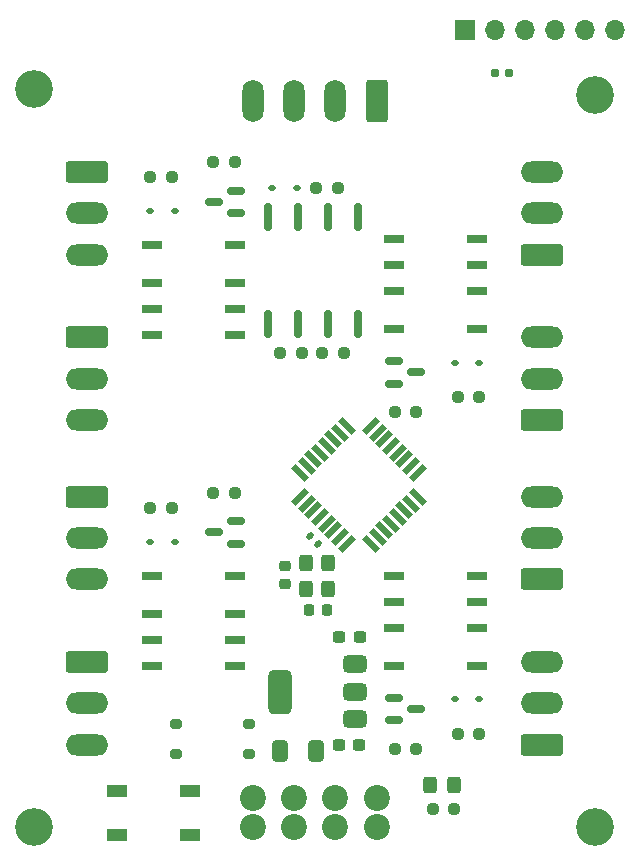
<source format=gbr>
%TF.GenerationSoftware,KiCad,Pcbnew,8.0.2*%
%TF.CreationDate,2024-10-12T15:49:16+02:00*%
%TF.ProjectId,OS-RelayDecoder-4,4f532d52-656c-4617-9944-65636f646572,rev?*%
%TF.SameCoordinates,Original*%
%TF.FileFunction,Soldermask,Top*%
%TF.FilePolarity,Negative*%
%FSLAX46Y46*%
G04 Gerber Fmt 4.6, Leading zero omitted, Abs format (unit mm)*
G04 Created by KiCad (PCBNEW 8.0.2) date 2024-10-12 15:49:16*
%MOMM*%
%LPD*%
G01*
G04 APERTURE LIST*
G04 Aperture macros list*
%AMRoundRect*
0 Rectangle with rounded corners*
0 $1 Rounding radius*
0 $2 $3 $4 $5 $6 $7 $8 $9 X,Y pos of 4 corners*
0 Add a 4 corners polygon primitive as box body*
4,1,4,$2,$3,$4,$5,$6,$7,$8,$9,$2,$3,0*
0 Add four circle primitives for the rounded corners*
1,1,$1+$1,$2,$3*
1,1,$1+$1,$4,$5*
1,1,$1+$1,$6,$7*
1,1,$1+$1,$8,$9*
0 Add four rect primitives between the rounded corners*
20,1,$1+$1,$2,$3,$4,$5,0*
20,1,$1+$1,$4,$5,$6,$7,0*
20,1,$1+$1,$6,$7,$8,$9,0*
20,1,$1+$1,$8,$9,$2,$3,0*%
%AMRotRect*
0 Rectangle, with rotation*
0 The origin of the aperture is its center*
0 $1 length*
0 $2 width*
0 $3 Rotation angle, in degrees counterclockwise*
0 Add horizontal line*
21,1,$1,$2,0,0,$3*%
G04 Aperture macros list end*
%ADD10RoundRect,0.237500X0.250000X0.237500X-0.250000X0.237500X-0.250000X-0.237500X0.250000X-0.237500X0*%
%ADD11RoundRect,0.150000X0.587500X0.150000X-0.587500X0.150000X-0.587500X-0.150000X0.587500X-0.150000X0*%
%ADD12RoundRect,0.250000X1.550000X-0.650000X1.550000X0.650000X-1.550000X0.650000X-1.550000X-0.650000X0*%
%ADD13O,3.600000X1.800000*%
%ADD14RoundRect,0.300000X-0.300000X0.400000X-0.300000X-0.400000X0.300000X-0.400000X0.300000X0.400000X0*%
%ADD15RoundRect,0.150000X-0.587500X-0.150000X0.587500X-0.150000X0.587500X0.150000X-0.587500X0.150000X0*%
%ADD16C,3.200000*%
%ADD17RoundRect,0.160000X-0.197500X-0.160000X0.197500X-0.160000X0.197500X0.160000X-0.197500X0.160000X0*%
%ADD18RoundRect,0.250000X-0.412500X-0.650000X0.412500X-0.650000X0.412500X0.650000X-0.412500X0.650000X0*%
%ADD19R,1.800000X1.100000*%
%ADD20RoundRect,0.237500X-0.250000X-0.237500X0.250000X-0.237500X0.250000X0.237500X-0.250000X0.237500X0*%
%ADD21RoundRect,0.112500X-0.187500X-0.112500X0.187500X-0.112500X0.187500X0.112500X-0.187500X0.112500X0*%
%ADD22RoundRect,0.200000X0.300000X0.200000X-0.300000X0.200000X-0.300000X-0.200000X0.300000X-0.200000X0*%
%ADD23R,1.800000X0.800000*%
%ADD24RoundRect,0.250000X-1.550000X0.650000X-1.550000X-0.650000X1.550000X-0.650000X1.550000X0.650000X0*%
%ADD25RoundRect,0.112500X0.187500X0.112500X-0.187500X0.112500X-0.187500X-0.112500X0.187500X-0.112500X0*%
%ADD26RoundRect,0.225000X0.250000X-0.225000X0.250000X0.225000X-0.250000X0.225000X-0.250000X-0.225000X0*%
%ADD27C,2.200000*%
%ADD28RotRect,1.600000X0.550000X45.000000*%
%ADD29RotRect,1.600000X0.550000X135.000000*%
%ADD30RoundRect,0.225000X-0.225000X-0.250000X0.225000X-0.250000X0.225000X0.250000X-0.225000X0.250000X0*%
%ADD31R,1.700000X1.700000*%
%ADD32O,1.700000X1.700000*%
%ADD33RoundRect,0.237500X0.300000X0.237500X-0.300000X0.237500X-0.300000X-0.237500X0.300000X-0.237500X0*%
%ADD34RoundRect,0.375000X0.625000X0.375000X-0.625000X0.375000X-0.625000X-0.375000X0.625000X-0.375000X0*%
%ADD35RoundRect,0.500000X0.500000X1.400000X-0.500000X1.400000X-0.500000X-1.400000X0.500000X-1.400000X0*%
%ADD36RoundRect,0.250000X0.650000X1.550000X-0.650000X1.550000X-0.650000X-1.550000X0.650000X-1.550000X0*%
%ADD37O,1.800000X3.600000*%
%ADD38RoundRect,0.140000X0.219203X0.021213X0.021213X0.219203X-0.219203X-0.021213X-0.021213X-0.219203X0*%
%ADD39RoundRect,0.250000X-0.325000X-0.450000X0.325000X-0.450000X0.325000X0.450000X-0.325000X0.450000X0*%
%ADD40RoundRect,0.162500X-0.162500X1.012500X-0.162500X-1.012500X0.162500X-1.012500X0.162500X1.012500X0*%
G04 APERTURE END LIST*
D10*
%TO.C,R3*%
X57216000Y-94301000D03*
X55391000Y-94301000D03*
%TD*%
D11*
%TO.C,Q201*%
X48069000Y-82477000D03*
X48069000Y-80577000D03*
X46194000Y-81527000D03*
%TD*%
D12*
%TO.C,J301*%
X74000000Y-113500000D03*
D13*
X74000000Y-110000000D03*
X74000000Y-106500000D03*
%TD*%
D10*
%TO.C,R301*%
X68693500Y-126571000D03*
X66868500Y-126571000D03*
%TD*%
D14*
%TO.C,Y201*%
X54019000Y-112073000D03*
X54019000Y-114273000D03*
X55919000Y-114273000D03*
X55919000Y-112073000D03*
%TD*%
D15*
%TO.C,Q301*%
X61431000Y-123523000D03*
X61431000Y-125423000D03*
X63306000Y-124473000D03*
%TD*%
D16*
%TO.C,H103*%
X78500000Y-134500000D03*
%TD*%
D17*
%TO.C,R202*%
X70014500Y-70612000D03*
X71209500Y-70612000D03*
%TD*%
D10*
%TO.C,R302*%
X63359500Y-127841000D03*
X61534500Y-127841000D03*
%TD*%
%TO.C,R5*%
X56684500Y-80331000D03*
X54859500Y-80331000D03*
%TD*%
%TO.C,R401*%
X68693500Y-98071000D03*
X66868500Y-98071000D03*
%TD*%
D18*
%TO.C,C303*%
X51777500Y-128016000D03*
X54902500Y-128016000D03*
%TD*%
D19*
%TO.C,SW601*%
X44173000Y-135128000D03*
X37973000Y-135128000D03*
X44173000Y-131428000D03*
X37973000Y-131428000D03*
%TD*%
D12*
%TO.C,J302*%
X74000000Y-127500000D03*
D13*
X74000000Y-124000000D03*
X74000000Y-120500000D03*
%TD*%
D20*
%TO.C,R203*%
X40806500Y-79429000D03*
X42631500Y-79429000D03*
%TD*%
%TO.C,R501*%
X40806500Y-107429000D03*
X42631500Y-107429000D03*
%TD*%
D21*
%TO.C,D202*%
X40796000Y-82350000D03*
X42896000Y-82350000D03*
%TD*%
D15*
%TO.C,Q401*%
X61431000Y-95023000D03*
X61431000Y-96923000D03*
X63306000Y-95973000D03*
%TD*%
D22*
%TO.C,D301*%
X49150000Y-128270000D03*
X49150000Y-125730000D03*
X43000000Y-125730000D03*
X43000000Y-128270000D03*
%TD*%
D23*
%TO.C,K201*%
X41000000Y-85200000D03*
X41000000Y-88400000D03*
X41000000Y-90600000D03*
X41000000Y-92800000D03*
X48000000Y-92800000D03*
X48000000Y-90600000D03*
X48000000Y-88400000D03*
X48000000Y-85200000D03*
%TD*%
D24*
%TO.C,J501*%
X35500000Y-120500000D03*
D13*
X35500000Y-124000000D03*
X35500000Y-127500000D03*
%TD*%
D25*
%TO.C,D401*%
X68704000Y-95150000D03*
X66604000Y-95150000D03*
%TD*%
D26*
%TO.C,C201*%
X52268000Y-113905000D03*
X52268000Y-112355000D03*
%TD*%
D27*
%TO.C,J702*%
X60000000Y-132000000D03*
X60000000Y-134500000D03*
X56500000Y-132000000D03*
X56500000Y-134500000D03*
X53000000Y-132000000D03*
X53000000Y-134500000D03*
X49500000Y-132000000D03*
X49500000Y-134500000D03*
%TD*%
D28*
%TO.C,U202*%
X53514897Y-106525305D03*
X54080583Y-107090990D03*
X54646268Y-107656676D03*
X55211953Y-108222361D03*
X55777639Y-108788047D03*
X56343324Y-109353732D03*
X56909010Y-109919417D03*
X57474695Y-110485103D03*
D29*
X59525305Y-110485103D03*
X60090990Y-109919417D03*
X60656676Y-109353732D03*
X61222361Y-108788047D03*
X61788047Y-108222361D03*
X62353732Y-107656676D03*
X62919417Y-107090990D03*
X63485103Y-106525305D03*
D28*
X63485103Y-104474695D03*
X62919417Y-103909010D03*
X62353732Y-103343324D03*
X61788047Y-102777639D03*
X61222361Y-102211953D03*
X60656676Y-101646268D03*
X60090990Y-101080583D03*
X59525305Y-100514897D03*
D29*
X57474695Y-100514897D03*
X56909010Y-101080583D03*
X56343324Y-101646268D03*
X55777639Y-102211953D03*
X55211953Y-102777639D03*
X54646268Y-103343324D03*
X54080583Y-103909010D03*
X53514897Y-104474695D03*
%TD*%
D30*
%TO.C,C203*%
X54255000Y-116051000D03*
X55805000Y-116051000D03*
%TD*%
D31*
%TO.C,J202*%
X67460000Y-67000000D03*
D32*
X70000000Y-67000000D03*
X72540000Y-67000000D03*
X75080000Y-67000000D03*
X77620000Y-67000000D03*
X80160000Y-67000000D03*
%TD*%
D20*
%TO.C,R201*%
X64730000Y-132928000D03*
X66555000Y-132928000D03*
%TD*%
D23*
%TO.C,K501*%
X41000000Y-113200000D03*
X41000000Y-116400000D03*
X41000000Y-118600000D03*
X41000000Y-120800000D03*
X48000000Y-120800000D03*
X48000000Y-118600000D03*
X48000000Y-116400000D03*
X48000000Y-113200000D03*
%TD*%
D33*
%TO.C,C301*%
X58557500Y-118351000D03*
X56832500Y-118351000D03*
%TD*%
D12*
%TO.C,J401*%
X74000000Y-86000000D03*
D13*
X74000000Y-82500000D03*
X74000000Y-79000000D03*
%TD*%
D34*
%TO.C,U301*%
X58150000Y-125300000D03*
X58150000Y-123000000D03*
D35*
X51850000Y-123000000D03*
D34*
X58150000Y-120700000D03*
%TD*%
D36*
%TO.C,J701*%
X60000000Y-73036500D03*
D37*
X56500000Y-73036500D03*
X53000000Y-73036500D03*
X49500000Y-73036500D03*
%TD*%
D16*
%TO.C,H102*%
X78500000Y-72500000D03*
%TD*%
D23*
%TO.C,K401*%
X68500000Y-92300000D03*
X68500000Y-89100000D03*
X68500000Y-86900000D03*
X68500000Y-84700000D03*
X61500000Y-84700000D03*
X61500000Y-86900000D03*
X61500000Y-89100000D03*
X61500000Y-92300000D03*
%TD*%
D10*
%TO.C,R4*%
X53636500Y-94301000D03*
X51811500Y-94301000D03*
%TD*%
D24*
%TO.C,J502*%
X35500000Y-106500000D03*
D13*
X35500000Y-110000000D03*
X35500000Y-113500000D03*
%TD*%
D25*
%TO.C,D302*%
X68704000Y-123650000D03*
X66604000Y-123650000D03*
%TD*%
D16*
%TO.C,H101*%
X31000000Y-72000000D03*
%TD*%
D38*
%TO.C,C202*%
X55030000Y-110463000D03*
X54351178Y-109784178D03*
%TD*%
D39*
%TO.C,D201*%
X64507000Y-130937000D03*
X66557000Y-130937000D03*
%TD*%
D33*
%TO.C,C302*%
X58531000Y-127495000D03*
X56806000Y-127495000D03*
%TD*%
D16*
%TO.C,H104*%
X31000000Y-134500000D03*
%TD*%
D24*
%TO.C,J203*%
X35500000Y-79000000D03*
D13*
X35500000Y-82500000D03*
X35500000Y-86000000D03*
%TD*%
D25*
%TO.C,D1*%
X53266000Y-80331000D03*
X51166000Y-80331000D03*
%TD*%
D10*
%TO.C,R402*%
X63359500Y-99341000D03*
X61534500Y-99341000D03*
%TD*%
D23*
%TO.C,K301*%
X68500000Y-120800000D03*
X68500000Y-117600000D03*
X68500000Y-115400000D03*
X68500000Y-113200000D03*
X61500000Y-113200000D03*
X61500000Y-115400000D03*
X61500000Y-117600000D03*
X61500000Y-120800000D03*
%TD*%
D20*
%TO.C,R204*%
X46140500Y-78159000D03*
X47965500Y-78159000D03*
%TD*%
D11*
%TO.C,Q501*%
X48069000Y-110477000D03*
X48069000Y-108577000D03*
X46194000Y-109527000D03*
%TD*%
D12*
%TO.C,J402*%
X74000000Y-100000000D03*
D13*
X74000000Y-96500000D03*
X74000000Y-93000000D03*
%TD*%
D20*
%TO.C,R502*%
X46140500Y-106159000D03*
X47965500Y-106159000D03*
%TD*%
D24*
%TO.C,J201*%
X35500000Y-93000000D03*
D13*
X35500000Y-96500000D03*
X35500000Y-100000000D03*
%TD*%
D21*
%TO.C,D501*%
X40796000Y-110350000D03*
X42896000Y-110350000D03*
%TD*%
D40*
%TO.C,U3*%
X58420000Y-82851000D03*
X55880000Y-82851000D03*
X53340000Y-82851000D03*
X50800000Y-82851000D03*
X50800000Y-91901000D03*
X53340000Y-91901000D03*
X55880000Y-91901000D03*
X58420000Y-91901000D03*
%TD*%
M02*

</source>
